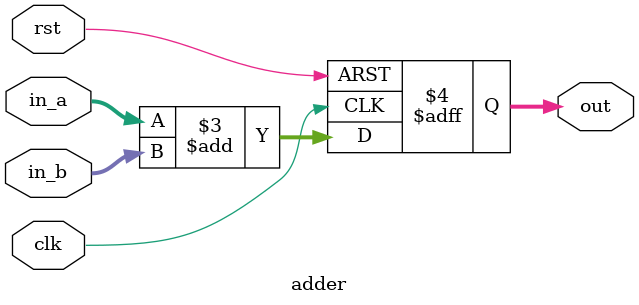
<source format=v>
module adder
(
    input wire clk,
    input wire rst,
    input wire [11:0] in_a,
    input wire [11:0] in_b,
   
    output reg [11:0] out
);

always @ (posedge clk or negedge rst)
begin
    if (!rst) out <= 10'd0;
    else out <= in_a + in_b;
end

endmodule


</source>
